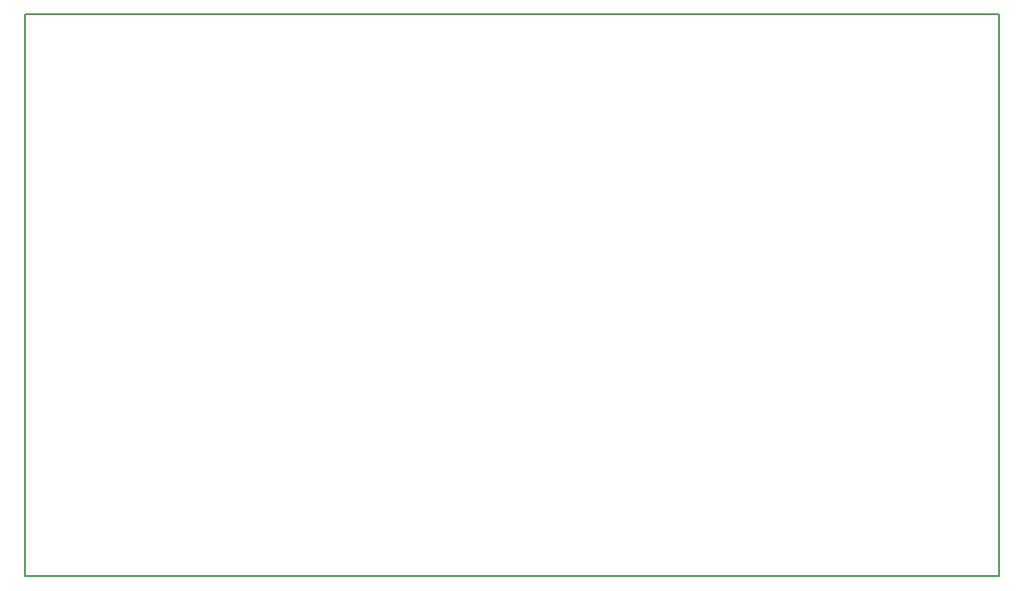
<source format=gbr>
G04 DipTrace 3.3.1.3*
G04 BoardOutline.gbr*
%MOMM*%
G04 #@! TF.FileFunction,Profile*
G04 #@! TF.Part,Single*
%ADD11C,0.14*%
%FSLAX35Y35*%
G04*
G71*
G90*
G75*
G01*
G04 BoardOutline*
%LPD*%
X1000000Y1000000D2*
D11*
X10906000D1*
Y6715000D1*
X1000000D1*
Y1000000D1*
M02*

</source>
